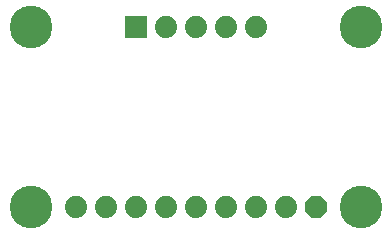
<source format=gbr>
G04 EAGLE Gerber RS-274X export*
G75*
%MOMM*%
%FSLAX34Y34*%
%LPD*%
%INSoldermask Bottom*%
%IPPOS*%
%AMOC8*
5,1,8,0,0,1.08239X$1,22.5*%
G01*
%ADD10C,3.617600*%
%ADD11P,2.034460X8X292.500000*%
%ADD12C,1.879600*%
%ADD13R,1.879600X1.879600*%


D10*
X25400Y25400D03*
X304800Y25400D03*
X304800Y177800D03*
X25400Y177800D03*
D11*
X266700Y25400D03*
D12*
X241300Y25400D03*
X215900Y25400D03*
X190500Y25400D03*
X165100Y25400D03*
X139700Y25400D03*
X114300Y25400D03*
X88900Y25400D03*
X63500Y25400D03*
D13*
X114300Y177800D03*
D12*
X139700Y177800D03*
X165100Y177800D03*
X190500Y177800D03*
X215900Y177800D03*
M02*

</source>
